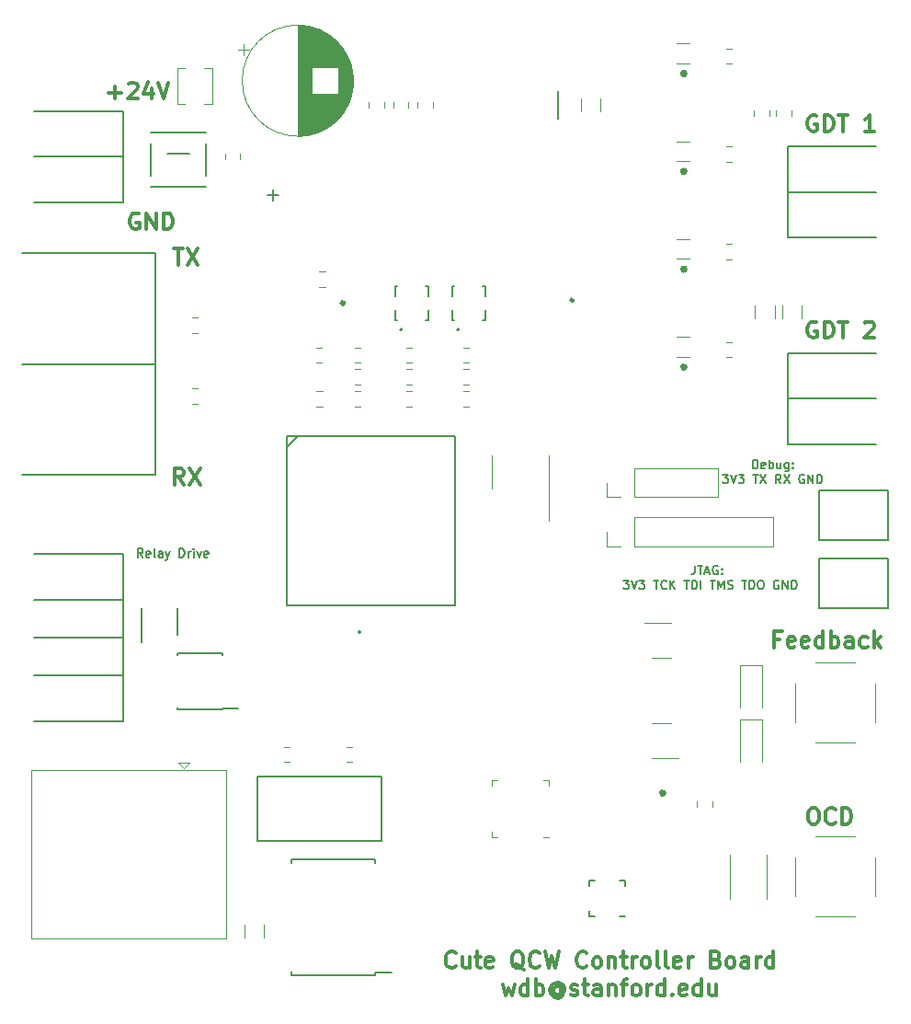
<source format=gbr>
G04 #@! TF.GenerationSoftware,KiCad,Pcbnew,5.0.2-bee76a0~70~ubuntu18.04.1*
G04 #@! TF.CreationDate,2019-01-22T12:03:51-08:00*
G04 #@! TF.ProjectId,controller,636f6e74-726f-46c6-9c65-722e6b696361,rev?*
G04 #@! TF.SameCoordinates,Original*
G04 #@! TF.FileFunction,Legend,Top*
G04 #@! TF.FilePolarity,Positive*
%FSLAX46Y46*%
G04 Gerber Fmt 4.6, Leading zero omitted, Abs format (unit mm)*
G04 Created by KiCad (PCBNEW 5.0.2-bee76a0~70~ubuntu18.04.1) date Tue 22 Jan 2019 12:03:51 PM PST*
%MOMM*%
%LPD*%
G01*
G04 APERTURE LIST*
%ADD10C,0.300000*%
%ADD11C,0.150000*%
%ADD12C,0.120000*%
%ADD13C,0.200000*%
%ADD14C,0.127000*%
G04 APERTURE END LIST*
D10*
X130035714Y-121260714D02*
X129964285Y-121332142D01*
X129750000Y-121403571D01*
X129607142Y-121403571D01*
X129392857Y-121332142D01*
X129250000Y-121189285D01*
X129178571Y-121046428D01*
X129107142Y-120760714D01*
X129107142Y-120546428D01*
X129178571Y-120260714D01*
X129250000Y-120117857D01*
X129392857Y-119975000D01*
X129607142Y-119903571D01*
X129750000Y-119903571D01*
X129964285Y-119975000D01*
X130035714Y-120046428D01*
X131321428Y-120403571D02*
X131321428Y-121403571D01*
X130678571Y-120403571D02*
X130678571Y-121189285D01*
X130750000Y-121332142D01*
X130892857Y-121403571D01*
X131107142Y-121403571D01*
X131250000Y-121332142D01*
X131321428Y-121260714D01*
X131821428Y-120403571D02*
X132392857Y-120403571D01*
X132035714Y-119903571D02*
X132035714Y-121189285D01*
X132107142Y-121332142D01*
X132250000Y-121403571D01*
X132392857Y-121403571D01*
X133464285Y-121332142D02*
X133321428Y-121403571D01*
X133035714Y-121403571D01*
X132892857Y-121332142D01*
X132821428Y-121189285D01*
X132821428Y-120617857D01*
X132892857Y-120475000D01*
X133035714Y-120403571D01*
X133321428Y-120403571D01*
X133464285Y-120475000D01*
X133535714Y-120617857D01*
X133535714Y-120760714D01*
X132821428Y-120903571D01*
X136321428Y-121546428D02*
X136178571Y-121475000D01*
X136035714Y-121332142D01*
X135821428Y-121117857D01*
X135678571Y-121046428D01*
X135535714Y-121046428D01*
X135607142Y-121403571D02*
X135464285Y-121332142D01*
X135321428Y-121189285D01*
X135250000Y-120903571D01*
X135250000Y-120403571D01*
X135321428Y-120117857D01*
X135464285Y-119975000D01*
X135607142Y-119903571D01*
X135892857Y-119903571D01*
X136035714Y-119975000D01*
X136178571Y-120117857D01*
X136250000Y-120403571D01*
X136250000Y-120903571D01*
X136178571Y-121189285D01*
X136035714Y-121332142D01*
X135892857Y-121403571D01*
X135607142Y-121403571D01*
X137750000Y-121260714D02*
X137678571Y-121332142D01*
X137464285Y-121403571D01*
X137321428Y-121403571D01*
X137107142Y-121332142D01*
X136964285Y-121189285D01*
X136892857Y-121046428D01*
X136821428Y-120760714D01*
X136821428Y-120546428D01*
X136892857Y-120260714D01*
X136964285Y-120117857D01*
X137107142Y-119975000D01*
X137321428Y-119903571D01*
X137464285Y-119903571D01*
X137678571Y-119975000D01*
X137750000Y-120046428D01*
X138250000Y-119903571D02*
X138607142Y-121403571D01*
X138892857Y-120332142D01*
X139178571Y-121403571D01*
X139535714Y-119903571D01*
X142107142Y-121260714D02*
X142035714Y-121332142D01*
X141821428Y-121403571D01*
X141678571Y-121403571D01*
X141464285Y-121332142D01*
X141321428Y-121189285D01*
X141250000Y-121046428D01*
X141178571Y-120760714D01*
X141178571Y-120546428D01*
X141250000Y-120260714D01*
X141321428Y-120117857D01*
X141464285Y-119975000D01*
X141678571Y-119903571D01*
X141821428Y-119903571D01*
X142035714Y-119975000D01*
X142107142Y-120046428D01*
X142964285Y-121403571D02*
X142821428Y-121332142D01*
X142750000Y-121260714D01*
X142678571Y-121117857D01*
X142678571Y-120689285D01*
X142750000Y-120546428D01*
X142821428Y-120475000D01*
X142964285Y-120403571D01*
X143178571Y-120403571D01*
X143321428Y-120475000D01*
X143392857Y-120546428D01*
X143464285Y-120689285D01*
X143464285Y-121117857D01*
X143392857Y-121260714D01*
X143321428Y-121332142D01*
X143178571Y-121403571D01*
X142964285Y-121403571D01*
X144107142Y-120403571D02*
X144107142Y-121403571D01*
X144107142Y-120546428D02*
X144178571Y-120475000D01*
X144321428Y-120403571D01*
X144535714Y-120403571D01*
X144678571Y-120475000D01*
X144750000Y-120617857D01*
X144750000Y-121403571D01*
X145250000Y-120403571D02*
X145821428Y-120403571D01*
X145464285Y-119903571D02*
X145464285Y-121189285D01*
X145535714Y-121332142D01*
X145678571Y-121403571D01*
X145821428Y-121403571D01*
X146321428Y-121403571D02*
X146321428Y-120403571D01*
X146321428Y-120689285D02*
X146392857Y-120546428D01*
X146464285Y-120475000D01*
X146607142Y-120403571D01*
X146750000Y-120403571D01*
X147464285Y-121403571D02*
X147321428Y-121332142D01*
X147250000Y-121260714D01*
X147178571Y-121117857D01*
X147178571Y-120689285D01*
X147250000Y-120546428D01*
X147321428Y-120475000D01*
X147464285Y-120403571D01*
X147678571Y-120403571D01*
X147821428Y-120475000D01*
X147892857Y-120546428D01*
X147964285Y-120689285D01*
X147964285Y-121117857D01*
X147892857Y-121260714D01*
X147821428Y-121332142D01*
X147678571Y-121403571D01*
X147464285Y-121403571D01*
X148821428Y-121403571D02*
X148678571Y-121332142D01*
X148607142Y-121189285D01*
X148607142Y-119903571D01*
X149607142Y-121403571D02*
X149464285Y-121332142D01*
X149392857Y-121189285D01*
X149392857Y-119903571D01*
X150750000Y-121332142D02*
X150607142Y-121403571D01*
X150321428Y-121403571D01*
X150178571Y-121332142D01*
X150107142Y-121189285D01*
X150107142Y-120617857D01*
X150178571Y-120475000D01*
X150321428Y-120403571D01*
X150607142Y-120403571D01*
X150750000Y-120475000D01*
X150821428Y-120617857D01*
X150821428Y-120760714D01*
X150107142Y-120903571D01*
X151464285Y-121403571D02*
X151464285Y-120403571D01*
X151464285Y-120689285D02*
X151535714Y-120546428D01*
X151607142Y-120475000D01*
X151750000Y-120403571D01*
X151892857Y-120403571D01*
X154035714Y-120617857D02*
X154250000Y-120689285D01*
X154321428Y-120760714D01*
X154392857Y-120903571D01*
X154392857Y-121117857D01*
X154321428Y-121260714D01*
X154250000Y-121332142D01*
X154107142Y-121403571D01*
X153535714Y-121403571D01*
X153535714Y-119903571D01*
X154035714Y-119903571D01*
X154178571Y-119975000D01*
X154250000Y-120046428D01*
X154321428Y-120189285D01*
X154321428Y-120332142D01*
X154250000Y-120475000D01*
X154178571Y-120546428D01*
X154035714Y-120617857D01*
X153535714Y-120617857D01*
X155250000Y-121403571D02*
X155107142Y-121332142D01*
X155035714Y-121260714D01*
X154964285Y-121117857D01*
X154964285Y-120689285D01*
X155035714Y-120546428D01*
X155107142Y-120475000D01*
X155250000Y-120403571D01*
X155464285Y-120403571D01*
X155607142Y-120475000D01*
X155678571Y-120546428D01*
X155750000Y-120689285D01*
X155750000Y-121117857D01*
X155678571Y-121260714D01*
X155607142Y-121332142D01*
X155464285Y-121403571D01*
X155250000Y-121403571D01*
X157035714Y-121403571D02*
X157035714Y-120617857D01*
X156964285Y-120475000D01*
X156821428Y-120403571D01*
X156535714Y-120403571D01*
X156392857Y-120475000D01*
X157035714Y-121332142D02*
X156892857Y-121403571D01*
X156535714Y-121403571D01*
X156392857Y-121332142D01*
X156321428Y-121189285D01*
X156321428Y-121046428D01*
X156392857Y-120903571D01*
X156535714Y-120832142D01*
X156892857Y-120832142D01*
X157035714Y-120760714D01*
X157750000Y-121403571D02*
X157750000Y-120403571D01*
X157750000Y-120689285D02*
X157821428Y-120546428D01*
X157892857Y-120475000D01*
X158035714Y-120403571D01*
X158178571Y-120403571D01*
X159321428Y-121403571D02*
X159321428Y-119903571D01*
X159321428Y-121332142D02*
X159178571Y-121403571D01*
X158892857Y-121403571D01*
X158750000Y-121332142D01*
X158678571Y-121260714D01*
X158607142Y-121117857D01*
X158607142Y-120689285D01*
X158678571Y-120546428D01*
X158750000Y-120475000D01*
X158892857Y-120403571D01*
X159178571Y-120403571D01*
X159321428Y-120475000D01*
X134357142Y-122953571D02*
X134642857Y-123953571D01*
X134928571Y-123239285D01*
X135214285Y-123953571D01*
X135500000Y-122953571D01*
X136714285Y-123953571D02*
X136714285Y-122453571D01*
X136714285Y-123882142D02*
X136571428Y-123953571D01*
X136285714Y-123953571D01*
X136142857Y-123882142D01*
X136071428Y-123810714D01*
X136000000Y-123667857D01*
X136000000Y-123239285D01*
X136071428Y-123096428D01*
X136142857Y-123025000D01*
X136285714Y-122953571D01*
X136571428Y-122953571D01*
X136714285Y-123025000D01*
X137428571Y-123953571D02*
X137428571Y-122453571D01*
X137428571Y-123025000D02*
X137571428Y-122953571D01*
X137857142Y-122953571D01*
X138000000Y-123025000D01*
X138071428Y-123096428D01*
X138142857Y-123239285D01*
X138142857Y-123667857D01*
X138071428Y-123810714D01*
X138000000Y-123882142D01*
X137857142Y-123953571D01*
X137571428Y-123953571D01*
X137428571Y-123882142D01*
X139714285Y-123239285D02*
X139642857Y-123167857D01*
X139500000Y-123096428D01*
X139357142Y-123096428D01*
X139214285Y-123167857D01*
X139142857Y-123239285D01*
X139071428Y-123382142D01*
X139071428Y-123525000D01*
X139142857Y-123667857D01*
X139214285Y-123739285D01*
X139357142Y-123810714D01*
X139500000Y-123810714D01*
X139642857Y-123739285D01*
X139714285Y-123667857D01*
X139714285Y-123096428D02*
X139714285Y-123667857D01*
X139785714Y-123739285D01*
X139857142Y-123739285D01*
X140000000Y-123667857D01*
X140071428Y-123525000D01*
X140071428Y-123167857D01*
X139928571Y-122953571D01*
X139714285Y-122810714D01*
X139428571Y-122739285D01*
X139142857Y-122810714D01*
X138928571Y-122953571D01*
X138785714Y-123167857D01*
X138714285Y-123453571D01*
X138785714Y-123739285D01*
X138928571Y-123953571D01*
X139142857Y-124096428D01*
X139428571Y-124167857D01*
X139714285Y-124096428D01*
X139928571Y-123953571D01*
X140642857Y-123882142D02*
X140785714Y-123953571D01*
X141071428Y-123953571D01*
X141214285Y-123882142D01*
X141285714Y-123739285D01*
X141285714Y-123667857D01*
X141214285Y-123525000D01*
X141071428Y-123453571D01*
X140857142Y-123453571D01*
X140714285Y-123382142D01*
X140642857Y-123239285D01*
X140642857Y-123167857D01*
X140714285Y-123025000D01*
X140857142Y-122953571D01*
X141071428Y-122953571D01*
X141214285Y-123025000D01*
X141714285Y-122953571D02*
X142285714Y-122953571D01*
X141928571Y-122453571D02*
X141928571Y-123739285D01*
X142000000Y-123882142D01*
X142142857Y-123953571D01*
X142285714Y-123953571D01*
X143428571Y-123953571D02*
X143428571Y-123167857D01*
X143357142Y-123025000D01*
X143214285Y-122953571D01*
X142928571Y-122953571D01*
X142785714Y-123025000D01*
X143428571Y-123882142D02*
X143285714Y-123953571D01*
X142928571Y-123953571D01*
X142785714Y-123882142D01*
X142714285Y-123739285D01*
X142714285Y-123596428D01*
X142785714Y-123453571D01*
X142928571Y-123382142D01*
X143285714Y-123382142D01*
X143428571Y-123310714D01*
X144142857Y-122953571D02*
X144142857Y-123953571D01*
X144142857Y-123096428D02*
X144214285Y-123025000D01*
X144357142Y-122953571D01*
X144571428Y-122953571D01*
X144714285Y-123025000D01*
X144785714Y-123167857D01*
X144785714Y-123953571D01*
X145285714Y-122953571D02*
X145857142Y-122953571D01*
X145500000Y-123953571D02*
X145500000Y-122667857D01*
X145571428Y-122525000D01*
X145714285Y-122453571D01*
X145857142Y-122453571D01*
X146571428Y-123953571D02*
X146428571Y-123882142D01*
X146357142Y-123810714D01*
X146285714Y-123667857D01*
X146285714Y-123239285D01*
X146357142Y-123096428D01*
X146428571Y-123025000D01*
X146571428Y-122953571D01*
X146785714Y-122953571D01*
X146928571Y-123025000D01*
X147000000Y-123096428D01*
X147071428Y-123239285D01*
X147071428Y-123667857D01*
X147000000Y-123810714D01*
X146928571Y-123882142D01*
X146785714Y-123953571D01*
X146571428Y-123953571D01*
X147714285Y-123953571D02*
X147714285Y-122953571D01*
X147714285Y-123239285D02*
X147785714Y-123096428D01*
X147857142Y-123025000D01*
X148000000Y-122953571D01*
X148142857Y-122953571D01*
X149285714Y-123953571D02*
X149285714Y-122453571D01*
X149285714Y-123882142D02*
X149142857Y-123953571D01*
X148857142Y-123953571D01*
X148714285Y-123882142D01*
X148642857Y-123810714D01*
X148571428Y-123667857D01*
X148571428Y-123239285D01*
X148642857Y-123096428D01*
X148714285Y-123025000D01*
X148857142Y-122953571D01*
X149142857Y-122953571D01*
X149285714Y-123025000D01*
X150000000Y-123810714D02*
X150071428Y-123882142D01*
X150000000Y-123953571D01*
X149928571Y-123882142D01*
X150000000Y-123810714D01*
X150000000Y-123953571D01*
X151285714Y-123882142D02*
X151142857Y-123953571D01*
X150857142Y-123953571D01*
X150714285Y-123882142D01*
X150642857Y-123739285D01*
X150642857Y-123167857D01*
X150714285Y-123025000D01*
X150857142Y-122953571D01*
X151142857Y-122953571D01*
X151285714Y-123025000D01*
X151357142Y-123167857D01*
X151357142Y-123310714D01*
X150642857Y-123453571D01*
X152642857Y-123953571D02*
X152642857Y-122453571D01*
X152642857Y-123882142D02*
X152500000Y-123953571D01*
X152214285Y-123953571D01*
X152071428Y-123882142D01*
X152000000Y-123810714D01*
X151928571Y-123667857D01*
X151928571Y-123239285D01*
X152000000Y-123096428D01*
X152071428Y-123025000D01*
X152214285Y-122953571D01*
X152500000Y-122953571D01*
X152642857Y-123025000D01*
X154000000Y-122953571D02*
X154000000Y-123953571D01*
X153357142Y-122953571D02*
X153357142Y-123739285D01*
X153428571Y-123882142D01*
X153571428Y-123953571D01*
X153785714Y-123953571D01*
X153928571Y-123882142D01*
X154000000Y-123810714D01*
D11*
X101238095Y-83611904D02*
X100971428Y-83230952D01*
X100780952Y-83611904D02*
X100780952Y-82811904D01*
X101085714Y-82811904D01*
X101161904Y-82850000D01*
X101200000Y-82888095D01*
X101238095Y-82964285D01*
X101238095Y-83078571D01*
X101200000Y-83154761D01*
X101161904Y-83192857D01*
X101085714Y-83230952D01*
X100780952Y-83230952D01*
X101885714Y-83573809D02*
X101809523Y-83611904D01*
X101657142Y-83611904D01*
X101580952Y-83573809D01*
X101542857Y-83497619D01*
X101542857Y-83192857D01*
X101580952Y-83116666D01*
X101657142Y-83078571D01*
X101809523Y-83078571D01*
X101885714Y-83116666D01*
X101923809Y-83192857D01*
X101923809Y-83269047D01*
X101542857Y-83345238D01*
X102380952Y-83611904D02*
X102304761Y-83573809D01*
X102266666Y-83497619D01*
X102266666Y-82811904D01*
X103028571Y-83611904D02*
X103028571Y-83192857D01*
X102990476Y-83116666D01*
X102914285Y-83078571D01*
X102761904Y-83078571D01*
X102685714Y-83116666D01*
X103028571Y-83573809D02*
X102952380Y-83611904D01*
X102761904Y-83611904D01*
X102685714Y-83573809D01*
X102647619Y-83497619D01*
X102647619Y-83421428D01*
X102685714Y-83345238D01*
X102761904Y-83307142D01*
X102952380Y-83307142D01*
X103028571Y-83269047D01*
X103333333Y-83078571D02*
X103523809Y-83611904D01*
X103714285Y-83078571D02*
X103523809Y-83611904D01*
X103447619Y-83802380D01*
X103409523Y-83840476D01*
X103333333Y-83878571D01*
X104628571Y-83611904D02*
X104628571Y-82811904D01*
X104819047Y-82811904D01*
X104933333Y-82850000D01*
X105009523Y-82926190D01*
X105047619Y-83002380D01*
X105085714Y-83154761D01*
X105085714Y-83269047D01*
X105047619Y-83421428D01*
X105009523Y-83497619D01*
X104933333Y-83573809D01*
X104819047Y-83611904D01*
X104628571Y-83611904D01*
X105428571Y-83611904D02*
X105428571Y-83078571D01*
X105428571Y-83230952D02*
X105466666Y-83154761D01*
X105504761Y-83116666D01*
X105580952Y-83078571D01*
X105657142Y-83078571D01*
X105923809Y-83611904D02*
X105923809Y-83078571D01*
X105923809Y-82811904D02*
X105885714Y-82850000D01*
X105923809Y-82888095D01*
X105961904Y-82850000D01*
X105923809Y-82811904D01*
X105923809Y-82888095D01*
X106228571Y-83078571D02*
X106419047Y-83611904D01*
X106609523Y-83078571D01*
X107219047Y-83573809D02*
X107142857Y-83611904D01*
X106990476Y-83611904D01*
X106914285Y-83573809D01*
X106876190Y-83497619D01*
X106876190Y-83192857D01*
X106914285Y-83116666D01*
X106990476Y-83078571D01*
X107142857Y-83078571D01*
X107219047Y-83116666D01*
X107257142Y-83192857D01*
X107257142Y-83269047D01*
X106876190Y-83345238D01*
X157421428Y-75436904D02*
X157421428Y-74636904D01*
X157611904Y-74636904D01*
X157726190Y-74675000D01*
X157802380Y-74751190D01*
X157840476Y-74827380D01*
X157878571Y-74979761D01*
X157878571Y-75094047D01*
X157840476Y-75246428D01*
X157802380Y-75322619D01*
X157726190Y-75398809D01*
X157611904Y-75436904D01*
X157421428Y-75436904D01*
X158526190Y-75398809D02*
X158450000Y-75436904D01*
X158297619Y-75436904D01*
X158221428Y-75398809D01*
X158183333Y-75322619D01*
X158183333Y-75017857D01*
X158221428Y-74941666D01*
X158297619Y-74903571D01*
X158450000Y-74903571D01*
X158526190Y-74941666D01*
X158564285Y-75017857D01*
X158564285Y-75094047D01*
X158183333Y-75170238D01*
X158907142Y-75436904D02*
X158907142Y-74636904D01*
X158907142Y-74941666D02*
X158983333Y-74903571D01*
X159135714Y-74903571D01*
X159211904Y-74941666D01*
X159250000Y-74979761D01*
X159288095Y-75055952D01*
X159288095Y-75284523D01*
X159250000Y-75360714D01*
X159211904Y-75398809D01*
X159135714Y-75436904D01*
X158983333Y-75436904D01*
X158907142Y-75398809D01*
X159973809Y-74903571D02*
X159973809Y-75436904D01*
X159630952Y-74903571D02*
X159630952Y-75322619D01*
X159669047Y-75398809D01*
X159745238Y-75436904D01*
X159859523Y-75436904D01*
X159935714Y-75398809D01*
X159973809Y-75360714D01*
X160697619Y-74903571D02*
X160697619Y-75551190D01*
X160659523Y-75627380D01*
X160621428Y-75665476D01*
X160545238Y-75703571D01*
X160430952Y-75703571D01*
X160354761Y-75665476D01*
X160697619Y-75398809D02*
X160621428Y-75436904D01*
X160469047Y-75436904D01*
X160392857Y-75398809D01*
X160354761Y-75360714D01*
X160316666Y-75284523D01*
X160316666Y-75055952D01*
X160354761Y-74979761D01*
X160392857Y-74941666D01*
X160469047Y-74903571D01*
X160621428Y-74903571D01*
X160697619Y-74941666D01*
X161078571Y-75360714D02*
X161116666Y-75398809D01*
X161078571Y-75436904D01*
X161040476Y-75398809D01*
X161078571Y-75360714D01*
X161078571Y-75436904D01*
X161078571Y-74941666D02*
X161116666Y-74979761D01*
X161078571Y-75017857D01*
X161040476Y-74979761D01*
X161078571Y-74941666D01*
X161078571Y-75017857D01*
X154659523Y-75986904D02*
X155154761Y-75986904D01*
X154888095Y-76291666D01*
X155002380Y-76291666D01*
X155078571Y-76329761D01*
X155116666Y-76367857D01*
X155154761Y-76444047D01*
X155154761Y-76634523D01*
X155116666Y-76710714D01*
X155078571Y-76748809D01*
X155002380Y-76786904D01*
X154773809Y-76786904D01*
X154697619Y-76748809D01*
X154659523Y-76710714D01*
X155383333Y-75986904D02*
X155650000Y-76786904D01*
X155916666Y-75986904D01*
X156107142Y-75986904D02*
X156602380Y-75986904D01*
X156335714Y-76291666D01*
X156450000Y-76291666D01*
X156526190Y-76329761D01*
X156564285Y-76367857D01*
X156602380Y-76444047D01*
X156602380Y-76634523D01*
X156564285Y-76710714D01*
X156526190Y-76748809D01*
X156450000Y-76786904D01*
X156221428Y-76786904D01*
X156145238Y-76748809D01*
X156107142Y-76710714D01*
X157440476Y-75986904D02*
X157897619Y-75986904D01*
X157669047Y-76786904D02*
X157669047Y-75986904D01*
X158088095Y-75986904D02*
X158621428Y-76786904D01*
X158621428Y-75986904D02*
X158088095Y-76786904D01*
X159992857Y-76786904D02*
X159726190Y-76405952D01*
X159535714Y-76786904D02*
X159535714Y-75986904D01*
X159840476Y-75986904D01*
X159916666Y-76025000D01*
X159954761Y-76063095D01*
X159992857Y-76139285D01*
X159992857Y-76253571D01*
X159954761Y-76329761D01*
X159916666Y-76367857D01*
X159840476Y-76405952D01*
X159535714Y-76405952D01*
X160259523Y-75986904D02*
X160792857Y-76786904D01*
X160792857Y-75986904D02*
X160259523Y-76786904D01*
X162126190Y-76025000D02*
X162050000Y-75986904D01*
X161935714Y-75986904D01*
X161821428Y-76025000D01*
X161745238Y-76101190D01*
X161707142Y-76177380D01*
X161669047Y-76329761D01*
X161669047Y-76444047D01*
X161707142Y-76596428D01*
X161745238Y-76672619D01*
X161821428Y-76748809D01*
X161935714Y-76786904D01*
X162011904Y-76786904D01*
X162126190Y-76748809D01*
X162164285Y-76710714D01*
X162164285Y-76444047D01*
X162011904Y-76444047D01*
X162507142Y-76786904D02*
X162507142Y-75986904D01*
X162964285Y-76786904D01*
X162964285Y-75986904D01*
X163345238Y-76786904D02*
X163345238Y-75986904D01*
X163535714Y-75986904D01*
X163650000Y-76025000D01*
X163726190Y-76101190D01*
X163764285Y-76177380D01*
X163802380Y-76329761D01*
X163802380Y-76444047D01*
X163764285Y-76596428D01*
X163726190Y-76672619D01*
X163650000Y-76748809D01*
X163535714Y-76786904D01*
X163345238Y-76786904D01*
X152071428Y-84386904D02*
X152071428Y-84958333D01*
X152033333Y-85072619D01*
X151957142Y-85148809D01*
X151842857Y-85186904D01*
X151766666Y-85186904D01*
X152338095Y-84386904D02*
X152795238Y-84386904D01*
X152566666Y-85186904D02*
X152566666Y-84386904D01*
X153023809Y-84958333D02*
X153404761Y-84958333D01*
X152947619Y-85186904D02*
X153214285Y-84386904D01*
X153480952Y-85186904D01*
X154166666Y-84425000D02*
X154090476Y-84386904D01*
X153976190Y-84386904D01*
X153861904Y-84425000D01*
X153785714Y-84501190D01*
X153747619Y-84577380D01*
X153709523Y-84729761D01*
X153709523Y-84844047D01*
X153747619Y-84996428D01*
X153785714Y-85072619D01*
X153861904Y-85148809D01*
X153976190Y-85186904D01*
X154052380Y-85186904D01*
X154166666Y-85148809D01*
X154204761Y-85110714D01*
X154204761Y-84844047D01*
X154052380Y-84844047D01*
X154547619Y-85110714D02*
X154585714Y-85148809D01*
X154547619Y-85186904D01*
X154509523Y-85148809D01*
X154547619Y-85110714D01*
X154547619Y-85186904D01*
X154547619Y-84691666D02*
X154585714Y-84729761D01*
X154547619Y-84767857D01*
X154509523Y-84729761D01*
X154547619Y-84691666D01*
X154547619Y-84767857D01*
X145500000Y-85736904D02*
X145995238Y-85736904D01*
X145728571Y-86041666D01*
X145842857Y-86041666D01*
X145919047Y-86079761D01*
X145957142Y-86117857D01*
X145995238Y-86194047D01*
X145995238Y-86384523D01*
X145957142Y-86460714D01*
X145919047Y-86498809D01*
X145842857Y-86536904D01*
X145614285Y-86536904D01*
X145538095Y-86498809D01*
X145500000Y-86460714D01*
X146223809Y-85736904D02*
X146490476Y-86536904D01*
X146757142Y-85736904D01*
X146947619Y-85736904D02*
X147442857Y-85736904D01*
X147176190Y-86041666D01*
X147290476Y-86041666D01*
X147366666Y-86079761D01*
X147404761Y-86117857D01*
X147442857Y-86194047D01*
X147442857Y-86384523D01*
X147404761Y-86460714D01*
X147366666Y-86498809D01*
X147290476Y-86536904D01*
X147061904Y-86536904D01*
X146985714Y-86498809D01*
X146947619Y-86460714D01*
X148280952Y-85736904D02*
X148738095Y-85736904D01*
X148509523Y-86536904D02*
X148509523Y-85736904D01*
X149461904Y-86460714D02*
X149423809Y-86498809D01*
X149309523Y-86536904D01*
X149233333Y-86536904D01*
X149119047Y-86498809D01*
X149042857Y-86422619D01*
X149004761Y-86346428D01*
X148966666Y-86194047D01*
X148966666Y-86079761D01*
X149004761Y-85927380D01*
X149042857Y-85851190D01*
X149119047Y-85775000D01*
X149233333Y-85736904D01*
X149309523Y-85736904D01*
X149423809Y-85775000D01*
X149461904Y-85813095D01*
X149804761Y-86536904D02*
X149804761Y-85736904D01*
X150261904Y-86536904D02*
X149919047Y-86079761D01*
X150261904Y-85736904D02*
X149804761Y-86194047D01*
X151100000Y-85736904D02*
X151557142Y-85736904D01*
X151328571Y-86536904D02*
X151328571Y-85736904D01*
X151823809Y-86536904D02*
X151823809Y-85736904D01*
X152014285Y-85736904D01*
X152128571Y-85775000D01*
X152204761Y-85851190D01*
X152242857Y-85927380D01*
X152280952Y-86079761D01*
X152280952Y-86194047D01*
X152242857Y-86346428D01*
X152204761Y-86422619D01*
X152128571Y-86498809D01*
X152014285Y-86536904D01*
X151823809Y-86536904D01*
X152623809Y-86536904D02*
X152623809Y-85736904D01*
X153500000Y-85736904D02*
X153957142Y-85736904D01*
X153728571Y-86536904D02*
X153728571Y-85736904D01*
X154223809Y-86536904D02*
X154223809Y-85736904D01*
X154490476Y-86308333D01*
X154757142Y-85736904D01*
X154757142Y-86536904D01*
X155100000Y-86498809D02*
X155214285Y-86536904D01*
X155404761Y-86536904D01*
X155480952Y-86498809D01*
X155519047Y-86460714D01*
X155557142Y-86384523D01*
X155557142Y-86308333D01*
X155519047Y-86232142D01*
X155480952Y-86194047D01*
X155404761Y-86155952D01*
X155252380Y-86117857D01*
X155176190Y-86079761D01*
X155138095Y-86041666D01*
X155100000Y-85965476D01*
X155100000Y-85889285D01*
X155138095Y-85813095D01*
X155176190Y-85775000D01*
X155252380Y-85736904D01*
X155442857Y-85736904D01*
X155557142Y-85775000D01*
X156395238Y-85736904D02*
X156852380Y-85736904D01*
X156623809Y-86536904D02*
X156623809Y-85736904D01*
X157119047Y-86536904D02*
X157119047Y-85736904D01*
X157309523Y-85736904D01*
X157423809Y-85775000D01*
X157500000Y-85851190D01*
X157538095Y-85927380D01*
X157576190Y-86079761D01*
X157576190Y-86194047D01*
X157538095Y-86346428D01*
X157500000Y-86422619D01*
X157423809Y-86498809D01*
X157309523Y-86536904D01*
X157119047Y-86536904D01*
X158071428Y-85736904D02*
X158223809Y-85736904D01*
X158300000Y-85775000D01*
X158376190Y-85851190D01*
X158414285Y-86003571D01*
X158414285Y-86270238D01*
X158376190Y-86422619D01*
X158300000Y-86498809D01*
X158223809Y-86536904D01*
X158071428Y-86536904D01*
X157995238Y-86498809D01*
X157919047Y-86422619D01*
X157880952Y-86270238D01*
X157880952Y-86003571D01*
X157919047Y-85851190D01*
X157995238Y-85775000D01*
X158071428Y-85736904D01*
X159785714Y-85775000D02*
X159709523Y-85736904D01*
X159595238Y-85736904D01*
X159480952Y-85775000D01*
X159404761Y-85851190D01*
X159366666Y-85927380D01*
X159328571Y-86079761D01*
X159328571Y-86194047D01*
X159366666Y-86346428D01*
X159404761Y-86422619D01*
X159480952Y-86498809D01*
X159595238Y-86536904D01*
X159671428Y-86536904D01*
X159785714Y-86498809D01*
X159823809Y-86460714D01*
X159823809Y-86194047D01*
X159671428Y-86194047D01*
X160166666Y-86536904D02*
X160166666Y-85736904D01*
X160623809Y-86536904D01*
X160623809Y-85736904D01*
X161004761Y-86536904D02*
X161004761Y-85736904D01*
X161195238Y-85736904D01*
X161309523Y-85775000D01*
X161385714Y-85851190D01*
X161423809Y-85927380D01*
X161461904Y-86079761D01*
X161461904Y-86194047D01*
X161423809Y-86346428D01*
X161385714Y-86422619D01*
X161309523Y-86498809D01*
X161195238Y-86536904D01*
X161004761Y-86536904D01*
D10*
X100857142Y-52000000D02*
X100714285Y-51928571D01*
X100500000Y-51928571D01*
X100285714Y-52000000D01*
X100142857Y-52142857D01*
X100071428Y-52285714D01*
X100000000Y-52571428D01*
X100000000Y-52785714D01*
X100071428Y-53071428D01*
X100142857Y-53214285D01*
X100285714Y-53357142D01*
X100500000Y-53428571D01*
X100642857Y-53428571D01*
X100857142Y-53357142D01*
X100928571Y-53285714D01*
X100928571Y-52785714D01*
X100642857Y-52785714D01*
X101571428Y-53428571D02*
X101571428Y-51928571D01*
X102428571Y-53428571D01*
X102428571Y-51928571D01*
X103142857Y-53428571D02*
X103142857Y-51928571D01*
X103500000Y-51928571D01*
X103714285Y-52000000D01*
X103857142Y-52142857D01*
X103928571Y-52285714D01*
X104000000Y-52571428D01*
X104000000Y-52785714D01*
X103928571Y-53071428D01*
X103857142Y-53214285D01*
X103714285Y-53357142D01*
X103500000Y-53428571D01*
X103142857Y-53428571D01*
X98107142Y-40857142D02*
X99250000Y-40857142D01*
X98678571Y-41428571D02*
X98678571Y-40285714D01*
X99892857Y-40071428D02*
X99964285Y-40000000D01*
X100107142Y-39928571D01*
X100464285Y-39928571D01*
X100607142Y-40000000D01*
X100678571Y-40071428D01*
X100750000Y-40214285D01*
X100750000Y-40357142D01*
X100678571Y-40571428D01*
X99821428Y-41428571D01*
X100750000Y-41428571D01*
X102035714Y-40428571D02*
X102035714Y-41428571D01*
X101678571Y-39857142D02*
X101321428Y-40928571D01*
X102250000Y-40928571D01*
X102607142Y-39928571D02*
X103107142Y-41428571D01*
X103607142Y-39928571D01*
X105000000Y-76928571D02*
X104500000Y-76214285D01*
X104142857Y-76928571D02*
X104142857Y-75428571D01*
X104714285Y-75428571D01*
X104857142Y-75500000D01*
X104928571Y-75571428D01*
X105000000Y-75714285D01*
X105000000Y-75928571D01*
X104928571Y-76071428D01*
X104857142Y-76142857D01*
X104714285Y-76214285D01*
X104142857Y-76214285D01*
X105500000Y-75428571D02*
X106500000Y-76928571D01*
X106500000Y-75428571D02*
X105500000Y-76928571D01*
X104107142Y-55178571D02*
X104964285Y-55178571D01*
X104535714Y-56678571D02*
X104535714Y-55178571D01*
X105321428Y-55178571D02*
X106321428Y-56678571D01*
X106321428Y-55178571D02*
X105321428Y-56678571D01*
X162857142Y-106678571D02*
X163142857Y-106678571D01*
X163285714Y-106750000D01*
X163428571Y-106892857D01*
X163500000Y-107178571D01*
X163500000Y-107678571D01*
X163428571Y-107964285D01*
X163285714Y-108107142D01*
X163142857Y-108178571D01*
X162857142Y-108178571D01*
X162714285Y-108107142D01*
X162571428Y-107964285D01*
X162500000Y-107678571D01*
X162500000Y-107178571D01*
X162571428Y-106892857D01*
X162714285Y-106750000D01*
X162857142Y-106678571D01*
X165000000Y-108035714D02*
X164928571Y-108107142D01*
X164714285Y-108178571D01*
X164571428Y-108178571D01*
X164357142Y-108107142D01*
X164214285Y-107964285D01*
X164142857Y-107821428D01*
X164071428Y-107535714D01*
X164071428Y-107321428D01*
X164142857Y-107035714D01*
X164214285Y-106892857D01*
X164357142Y-106750000D01*
X164571428Y-106678571D01*
X164714285Y-106678571D01*
X164928571Y-106750000D01*
X165000000Y-106821428D01*
X165642857Y-108178571D02*
X165642857Y-106678571D01*
X166000000Y-106678571D01*
X166214285Y-106750000D01*
X166357142Y-106892857D01*
X166428571Y-107035714D01*
X166500000Y-107321428D01*
X166500000Y-107535714D01*
X166428571Y-107821428D01*
X166357142Y-107964285D01*
X166214285Y-108107142D01*
X166000000Y-108178571D01*
X165642857Y-108178571D01*
X159892857Y-91142857D02*
X159392857Y-91142857D01*
X159392857Y-91928571D02*
X159392857Y-90428571D01*
X160107142Y-90428571D01*
X161250000Y-91857142D02*
X161107142Y-91928571D01*
X160821428Y-91928571D01*
X160678571Y-91857142D01*
X160607142Y-91714285D01*
X160607142Y-91142857D01*
X160678571Y-91000000D01*
X160821428Y-90928571D01*
X161107142Y-90928571D01*
X161250000Y-91000000D01*
X161321428Y-91142857D01*
X161321428Y-91285714D01*
X160607142Y-91428571D01*
X162535714Y-91857142D02*
X162392857Y-91928571D01*
X162107142Y-91928571D01*
X161964285Y-91857142D01*
X161892857Y-91714285D01*
X161892857Y-91142857D01*
X161964285Y-91000000D01*
X162107142Y-90928571D01*
X162392857Y-90928571D01*
X162535714Y-91000000D01*
X162607142Y-91142857D01*
X162607142Y-91285714D01*
X161892857Y-91428571D01*
X163892857Y-91928571D02*
X163892857Y-90428571D01*
X163892857Y-91857142D02*
X163750000Y-91928571D01*
X163464285Y-91928571D01*
X163321428Y-91857142D01*
X163250000Y-91785714D01*
X163178571Y-91642857D01*
X163178571Y-91214285D01*
X163250000Y-91071428D01*
X163321428Y-91000000D01*
X163464285Y-90928571D01*
X163750000Y-90928571D01*
X163892857Y-91000000D01*
X164607142Y-91928571D02*
X164607142Y-90428571D01*
X164607142Y-91000000D02*
X164750000Y-90928571D01*
X165035714Y-90928571D01*
X165178571Y-91000000D01*
X165250000Y-91071428D01*
X165321428Y-91214285D01*
X165321428Y-91642857D01*
X165250000Y-91785714D01*
X165178571Y-91857142D01*
X165035714Y-91928571D01*
X164750000Y-91928571D01*
X164607142Y-91857142D01*
X166607142Y-91928571D02*
X166607142Y-91142857D01*
X166535714Y-91000000D01*
X166392857Y-90928571D01*
X166107142Y-90928571D01*
X165964285Y-91000000D01*
X166607142Y-91857142D02*
X166464285Y-91928571D01*
X166107142Y-91928571D01*
X165964285Y-91857142D01*
X165892857Y-91714285D01*
X165892857Y-91571428D01*
X165964285Y-91428571D01*
X166107142Y-91357142D01*
X166464285Y-91357142D01*
X166607142Y-91285714D01*
X167964285Y-91857142D02*
X167821428Y-91928571D01*
X167535714Y-91928571D01*
X167392857Y-91857142D01*
X167321428Y-91785714D01*
X167250000Y-91642857D01*
X167250000Y-91214285D01*
X167321428Y-91071428D01*
X167392857Y-91000000D01*
X167535714Y-90928571D01*
X167821428Y-90928571D01*
X167964285Y-91000000D01*
X168607142Y-91928571D02*
X168607142Y-90428571D01*
X168750000Y-91357142D02*
X169178571Y-91928571D01*
X169178571Y-90928571D02*
X168607142Y-91500000D01*
X163285714Y-62000000D02*
X163142857Y-61928571D01*
X162928571Y-61928571D01*
X162714285Y-62000000D01*
X162571428Y-62142857D01*
X162500000Y-62285714D01*
X162428571Y-62571428D01*
X162428571Y-62785714D01*
X162500000Y-63071428D01*
X162571428Y-63214285D01*
X162714285Y-63357142D01*
X162928571Y-63428571D01*
X163071428Y-63428571D01*
X163285714Y-63357142D01*
X163357142Y-63285714D01*
X163357142Y-62785714D01*
X163071428Y-62785714D01*
X164000000Y-63428571D02*
X164000000Y-61928571D01*
X164357142Y-61928571D01*
X164571428Y-62000000D01*
X164714285Y-62142857D01*
X164785714Y-62285714D01*
X164857142Y-62571428D01*
X164857142Y-62785714D01*
X164785714Y-63071428D01*
X164714285Y-63214285D01*
X164571428Y-63357142D01*
X164357142Y-63428571D01*
X164000000Y-63428571D01*
X165285714Y-61928571D02*
X166142857Y-61928571D01*
X165714285Y-63428571D02*
X165714285Y-61928571D01*
X167714285Y-62071428D02*
X167785714Y-62000000D01*
X167928571Y-61928571D01*
X168285714Y-61928571D01*
X168428571Y-62000000D01*
X168500000Y-62071428D01*
X168571428Y-62214285D01*
X168571428Y-62357142D01*
X168500000Y-62571428D01*
X167642857Y-63428571D01*
X168571428Y-63428571D01*
X163285714Y-43000000D02*
X163142857Y-42928571D01*
X162928571Y-42928571D01*
X162714285Y-43000000D01*
X162571428Y-43142857D01*
X162500000Y-43285714D01*
X162428571Y-43571428D01*
X162428571Y-43785714D01*
X162500000Y-44071428D01*
X162571428Y-44214285D01*
X162714285Y-44357142D01*
X162928571Y-44428571D01*
X163071428Y-44428571D01*
X163285714Y-44357142D01*
X163357142Y-44285714D01*
X163357142Y-43785714D01*
X163071428Y-43785714D01*
X164000000Y-44428571D02*
X164000000Y-42928571D01*
X164357142Y-42928571D01*
X164571428Y-43000000D01*
X164714285Y-43142857D01*
X164785714Y-43285714D01*
X164857142Y-43571428D01*
X164857142Y-43785714D01*
X164785714Y-44071428D01*
X164714285Y-44214285D01*
X164571428Y-44357142D01*
X164357142Y-44428571D01*
X164000000Y-44428571D01*
X165285714Y-42928571D02*
X166142857Y-42928571D01*
X165714285Y-44428571D02*
X165714285Y-42928571D01*
X168571428Y-44428571D02*
X167714285Y-44428571D01*
X168142857Y-44428571D02*
X168142857Y-42928571D01*
X168000000Y-43142857D01*
X167857142Y-43285714D01*
X167714285Y-43357142D01*
D12*
G04 #@! TO.C,C2003*
X108790000Y-46491422D02*
X108790000Y-47008578D01*
X110210000Y-46491422D02*
X110210000Y-47008578D01*
G04 #@! TO.C,C2004*
X141564999Y-41397936D02*
X141564999Y-42602064D01*
X143384999Y-41397936D02*
X143384999Y-42602064D01*
G04 #@! TO.C,C2005*
X126540000Y-41741422D02*
X126540000Y-42258578D01*
X127960000Y-41741422D02*
X127960000Y-42258578D01*
G04 #@! TO.C,C2007*
X117491422Y-58710000D02*
X118008578Y-58710000D01*
X117491422Y-57290000D02*
X118008578Y-57290000D01*
G04 #@! TO.C,C4001*
X121258578Y-66290000D02*
X120741422Y-66290000D01*
X121258578Y-67710000D02*
X120741422Y-67710000D01*
G04 #@! TO.C,C4002*
X121258578Y-68290000D02*
X120741422Y-68290000D01*
X121258578Y-69710000D02*
X120741422Y-69710000D01*
G04 #@! TO.C,C4003*
X125491422Y-69710000D02*
X126008578Y-69710000D01*
X125491422Y-68290000D02*
X126008578Y-68290000D01*
G04 #@! TO.C,C4004*
X130741422Y-69710000D02*
X131258578Y-69710000D01*
X130741422Y-68290000D02*
X131258578Y-68290000D01*
G04 #@! TO.C,C4024*
X117241422Y-69710000D02*
X117758578Y-69710000D01*
X117241422Y-68290000D02*
X117758578Y-68290000D01*
G04 #@! TO.C,C5003*
X150397936Y-38160000D02*
X151602064Y-38160000D01*
X150397936Y-36340000D02*
X151602064Y-36340000D01*
G04 #@! TO.C,C5004*
X150397936Y-47160000D02*
X151602064Y-47160000D01*
X150397936Y-45340000D02*
X151602064Y-45340000D01*
G04 #@! TO.C,C5005*
X155508578Y-36790000D02*
X154991422Y-36790000D01*
X155508578Y-38210000D02*
X154991422Y-38210000D01*
G04 #@! TO.C,C5006*
X155508578Y-45790000D02*
X154991422Y-45790000D01*
X155508578Y-47210000D02*
X154991422Y-47210000D01*
G04 #@! TO.C,C5008*
X158960000Y-43008578D02*
X158960000Y-42491422D01*
X157540000Y-43008578D02*
X157540000Y-42491422D01*
G04 #@! TO.C,C5009*
X160960000Y-43008578D02*
X160960000Y-42491422D01*
X159540000Y-43008578D02*
X159540000Y-42491422D01*
G04 #@! TO.C,C5013*
X150397936Y-56160000D02*
X151602064Y-56160000D01*
X150397936Y-54340000D02*
X151602064Y-54340000D01*
G04 #@! TO.C,C5014*
X150397936Y-65160000D02*
X151602064Y-65160000D01*
X150397936Y-63340000D02*
X151602064Y-63340000D01*
G04 #@! TO.C,C5015*
X155508578Y-54790000D02*
X154991422Y-54790000D01*
X155508578Y-56210000D02*
X154991422Y-56210000D01*
G04 #@! TO.C,C5016*
X155508578Y-63790000D02*
X154991422Y-63790000D01*
X155508578Y-65210000D02*
X154991422Y-65210000D01*
G04 #@! TO.C,C5017*
X161910000Y-61602064D02*
X161910000Y-60397936D01*
X160090000Y-61602064D02*
X160090000Y-60397936D01*
G04 #@! TO.C,C5018*
X159410000Y-61602064D02*
X159410000Y-60397936D01*
X157590000Y-61602064D02*
X157590000Y-60397936D01*
G04 #@! TO.C,C6003*
X119991422Y-102460000D02*
X120508578Y-102460000D01*
X119991422Y-101040000D02*
X120508578Y-101040000D01*
G04 #@! TO.C,C6008*
X114241422Y-102460000D02*
X114758578Y-102460000D01*
X114241422Y-101040000D02*
X114758578Y-101040000D01*
G04 #@! TO.C,D7001*
X158250000Y-98500000D02*
X158250000Y-102400000D01*
X156250000Y-98500000D02*
X156250000Y-102400000D01*
X158250000Y-98500000D02*
X156250000Y-98500000D01*
G04 #@! TO.C,D7002*
X158250000Y-93500000D02*
X158250000Y-97400000D01*
X156250000Y-93500000D02*
X156250000Y-97400000D01*
X158250000Y-93500000D02*
X156250000Y-93500000D01*
G04 #@! TO.C,FB4001*
X125491422Y-67710000D02*
X126008578Y-67710000D01*
X125491422Y-66290000D02*
X126008578Y-66290000D01*
G04 #@! TO.C,FB4002*
X130741422Y-67710000D02*
X131258578Y-67710000D01*
X130741422Y-66290000D02*
X131258578Y-66290000D01*
G04 #@! TO.C,FB6001*
X105741422Y-62960000D02*
X106258578Y-62960000D01*
X105741422Y-61540000D02*
X106258578Y-61540000D01*
G04 #@! TO.C,FB6002*
X105741422Y-69460000D02*
X106258578Y-69460000D01*
X105741422Y-68040000D02*
X106258578Y-68040000D01*
G04 #@! TO.C,FB7001*
X153710000Y-106571078D02*
X153710000Y-106053922D01*
X152290000Y-106571078D02*
X152290000Y-106053922D01*
G04 #@! TO.C,J3001*
X143920000Y-82580000D02*
X143920000Y-81250000D01*
X145250000Y-82580000D02*
X143920000Y-82580000D01*
X146520000Y-82580000D02*
X146520000Y-79920000D01*
X146520000Y-79920000D02*
X159280000Y-79920000D01*
X146520000Y-82580000D02*
X159280000Y-82580000D01*
X159280000Y-82580000D02*
X159280000Y-79920000D01*
G04 #@! TO.C,R2006*
X125710000Y-42258578D02*
X125710000Y-41741422D01*
X124290000Y-42258578D02*
X124290000Y-41741422D01*
G04 #@! TO.C,R2009*
X121258578Y-64290000D02*
X120741422Y-64290000D01*
X121258578Y-65710000D02*
X120741422Y-65710000D01*
G04 #@! TO.C,R2010*
X131258578Y-64290000D02*
X130741422Y-64290000D01*
X131258578Y-65710000D02*
X130741422Y-65710000D01*
G04 #@! TO.C,R2011*
X126008578Y-64290000D02*
X125491422Y-64290000D01*
X126008578Y-65710000D02*
X125491422Y-65710000D01*
G04 #@! TO.C,R7001*
X155290000Y-110947936D02*
X155290000Y-115052064D01*
X158710000Y-110947936D02*
X158710000Y-115052064D01*
D11*
G04 #@! TO.C,U2001*
X139500000Y-40750000D02*
X139500000Y-43250000D01*
D10*
G04 #@! TO.C,U2002*
X119791421Y-60200000D02*
G75*
G03X119791421Y-60200000I-141421J0D01*
G01*
D13*
G04 #@! TO.C,U2003*
X125100000Y-62650000D02*
G75*
G03X125100000Y-62650000I-100000J0D01*
G01*
D14*
X127550000Y-58700000D02*
X127310000Y-58700000D01*
X127550000Y-59630000D02*
X127550000Y-58700000D01*
X127550000Y-61800000D02*
X127550000Y-60870000D01*
X127310000Y-61800000D02*
X127550000Y-61800000D01*
X124450000Y-58700000D02*
X124690000Y-58700000D01*
X124450000Y-59630000D02*
X124450000Y-58700000D01*
X124450000Y-61800000D02*
X124450000Y-60870000D01*
X124690000Y-61800000D02*
X124450000Y-61800000D01*
D13*
G04 #@! TO.C,U2004*
X130350000Y-62650000D02*
G75*
G03X130350000Y-62650000I-100000J0D01*
G01*
D14*
X132800000Y-58700000D02*
X132560000Y-58700000D01*
X132800000Y-59630000D02*
X132800000Y-58700000D01*
X132800000Y-61800000D02*
X132800000Y-60870000D01*
X132560000Y-61800000D02*
X132800000Y-61800000D01*
X129700000Y-58700000D02*
X129940000Y-58700000D01*
X129700000Y-59630000D02*
X129700000Y-58700000D01*
X129700000Y-61800000D02*
X129700000Y-60870000D01*
X129940000Y-61800000D02*
X129700000Y-61800000D01*
D11*
G04 #@! TO.C,U3001*
X115500000Y-72500000D02*
X114500000Y-73500000D01*
X114500000Y-72500000D02*
X115500000Y-72500000D01*
X114500000Y-88000000D02*
X114500000Y-72500000D01*
X130000000Y-88000000D02*
X114500000Y-88000000D01*
X130000000Y-72500000D02*
X130000000Y-88000000D01*
X114500000Y-72500000D02*
X130000000Y-72500000D01*
D14*
G04 #@! TO.C,U3003*
X121278580Y-90500000D02*
G75*
G03X121278580Y-90500000I-108580J0D01*
G01*
D10*
G04 #@! TO.C,U5001*
X151230278Y-39100000D02*
G75*
G03X151230278Y-39100000I-180278J0D01*
G01*
G04 #@! TO.C,U5002*
X151230278Y-48100000D02*
G75*
G03X151230278Y-48100000I-180278J0D01*
G01*
G04 #@! TO.C,U5003*
X140861803Y-59950000D02*
G75*
G03X140861803Y-59950000I-111803J0D01*
G01*
G04 #@! TO.C,U5004*
X151230278Y-57100000D02*
G75*
G03X151230278Y-57100000I-180278J0D01*
G01*
G04 #@! TO.C,U5005*
X151230278Y-66100000D02*
G75*
G03X151230278Y-66100000I-180278J0D01*
G01*
D11*
G04 #@! TO.C,U6001*
X102350000Y-55650000D02*
X90150000Y-55650000D01*
X102350000Y-65850000D02*
X102350000Y-55650000D01*
X102350000Y-65850000D02*
X90150000Y-65850000D01*
G04 #@! TO.C,U6002*
X102350000Y-65850000D02*
X90150000Y-65850000D01*
X102350000Y-76050000D02*
X102350000Y-65850000D01*
X102350000Y-76050000D02*
X90150000Y-76050000D01*
G04 #@! TO.C,U6003*
X123250000Y-103750000D02*
X123250000Y-109750000D01*
X111750000Y-103750000D02*
X123250000Y-103750000D01*
X111750000Y-109750000D02*
X111750000Y-103750000D01*
X123250000Y-109750000D02*
X111750000Y-109750000D01*
G04 #@! TO.C,U6004*
X122625000Y-121800000D02*
X124150000Y-121800000D01*
X122625000Y-111425000D02*
X114875000Y-111425000D01*
X122625000Y-122075000D02*
X114875000Y-122075000D01*
X122625000Y-111425000D02*
X122625000Y-111780000D01*
X114875000Y-111425000D02*
X114875000Y-111780000D01*
X114875000Y-122075000D02*
X114875000Y-121720000D01*
X122625000Y-122075000D02*
X122625000Y-121800000D01*
G04 #@! TO.C,U6005*
X108575000Y-97525000D02*
X109975000Y-97525000D01*
X108575000Y-92425000D02*
X104425000Y-92425000D01*
X108575000Y-97575000D02*
X104425000Y-97575000D01*
X108575000Y-92425000D02*
X108575000Y-92570000D01*
X104425000Y-92425000D02*
X104425000Y-92570000D01*
X104425000Y-97575000D02*
X104425000Y-97430000D01*
X108575000Y-97575000D02*
X108575000Y-97525000D01*
D12*
G04 #@! TO.C,U7001*
X149900000Y-89640000D02*
X147450000Y-89640000D01*
X148100000Y-92860000D02*
X149900000Y-92860000D01*
G04 #@! TO.C,U7002*
X148100000Y-102110000D02*
X150550000Y-102110000D01*
X149900000Y-98890000D02*
X148100000Y-98890000D01*
D11*
G04 #@! TO.C,U7003*
X142375000Y-116625000D02*
X142875000Y-116625000D01*
X142375000Y-113375000D02*
X142875000Y-113375000D01*
X145625000Y-113375000D02*
X145125000Y-113375000D01*
X145625000Y-116625000D02*
X145125000Y-116625000D01*
X142375000Y-113375000D02*
X142375000Y-113875000D01*
X145625000Y-113375000D02*
X145625000Y-113875000D01*
X142375000Y-116625000D02*
X142375000Y-116125000D01*
D10*
G04 #@! TO.C,U7004*
X149280278Y-105300000D02*
G75*
G03X149280278Y-105300000I-180278J0D01*
G01*
D12*
G04 #@! TO.C,U7005*
X138135000Y-109360000D02*
X138610000Y-109360000D01*
X133390000Y-104140000D02*
X133390000Y-104615000D01*
X133865000Y-104140000D02*
X133390000Y-104140000D01*
X138610000Y-104140000D02*
X138610000Y-104615000D01*
X138135000Y-104140000D02*
X138610000Y-104140000D01*
X133390000Y-109360000D02*
X133390000Y-108885000D01*
X133865000Y-109360000D02*
X133390000Y-109360000D01*
G04 #@! TO.C,J6001*
X108880000Y-103185000D02*
X90920000Y-103185000D01*
X108880000Y-118705000D02*
X108880000Y-103185000D01*
X108880000Y-118705000D02*
X90920000Y-118705000D01*
X90920000Y-103185000D02*
X90920000Y-118705000D01*
X105000000Y-103000000D02*
X105500000Y-102500000D01*
X105500000Y-102500000D02*
X104500000Y-102500000D01*
X104500000Y-102500000D02*
X105000000Y-103000000D01*
G04 #@! TO.C,J7001*
X163200000Y-93320000D02*
X166800000Y-93320000D01*
X163200000Y-100680000D02*
X166800000Y-100680000D01*
X168680000Y-95200000D02*
X168680000Y-98800000D01*
X161320000Y-95200000D02*
X161320000Y-98800000D01*
G04 #@! TO.C,J7002*
X163200000Y-109320000D02*
X166800000Y-109320000D01*
X163200000Y-116680000D02*
X166800000Y-116680000D01*
X168680000Y-111200000D02*
X168680000Y-114800000D01*
X161320000Y-111200000D02*
X161320000Y-114800000D01*
G04 #@! TO.C,C2006*
X110520354Y-36375000D02*
X110520354Y-37375000D01*
X110020354Y-36875000D02*
X111020354Y-36875000D01*
X120581000Y-39151000D02*
X120581000Y-40349000D01*
X120541000Y-38888000D02*
X120541000Y-40612000D01*
X120501000Y-38688000D02*
X120501000Y-40812000D01*
X120461000Y-38520000D02*
X120461000Y-40980000D01*
X120421000Y-38372000D02*
X120421000Y-41128000D01*
X120381000Y-38240000D02*
X120381000Y-41260000D01*
X120341000Y-38120000D02*
X120341000Y-41380000D01*
X120301000Y-38008000D02*
X120301000Y-41492000D01*
X120261000Y-37904000D02*
X120261000Y-41596000D01*
X120221000Y-37806000D02*
X120221000Y-41694000D01*
X120181000Y-37713000D02*
X120181000Y-41787000D01*
X120141000Y-37625000D02*
X120141000Y-41875000D01*
X120101000Y-37541000D02*
X120101000Y-41959000D01*
X120061000Y-37461000D02*
X120061000Y-42039000D01*
X120021000Y-37385000D02*
X120021000Y-42115000D01*
X119981000Y-37311000D02*
X119981000Y-42189000D01*
X119941000Y-37240000D02*
X119941000Y-42260000D01*
X119901000Y-37171000D02*
X119901000Y-42329000D01*
X119861000Y-37105000D02*
X119861000Y-42395000D01*
X119821000Y-37041000D02*
X119821000Y-42459000D01*
X119781000Y-36980000D02*
X119781000Y-42520000D01*
X119741000Y-36920000D02*
X119741000Y-42580000D01*
X119701000Y-36861000D02*
X119701000Y-42639000D01*
X119661000Y-36805000D02*
X119661000Y-42695000D01*
X119621000Y-36750000D02*
X119621000Y-42750000D01*
X119581000Y-36696000D02*
X119581000Y-42804000D01*
X119541000Y-36644000D02*
X119541000Y-42856000D01*
X119501000Y-36594000D02*
X119501000Y-42906000D01*
X119461000Y-36544000D02*
X119461000Y-42956000D01*
X119421000Y-36496000D02*
X119421000Y-43004000D01*
X119381000Y-36449000D02*
X119381000Y-43051000D01*
X119341000Y-36403000D02*
X119341000Y-43097000D01*
X119301000Y-36358000D02*
X119301000Y-43142000D01*
X119261000Y-36314000D02*
X119261000Y-43186000D01*
X119221000Y-40991000D02*
X119221000Y-43228000D01*
X119221000Y-36272000D02*
X119221000Y-38509000D01*
X119181000Y-40991000D02*
X119181000Y-43270000D01*
X119181000Y-36230000D02*
X119181000Y-38509000D01*
X119141000Y-40991000D02*
X119141000Y-43311000D01*
X119141000Y-36189000D02*
X119141000Y-38509000D01*
X119101000Y-40991000D02*
X119101000Y-43351000D01*
X119101000Y-36149000D02*
X119101000Y-38509000D01*
X119061000Y-40991000D02*
X119061000Y-43390000D01*
X119061000Y-36110000D02*
X119061000Y-38509000D01*
X119021000Y-40991000D02*
X119021000Y-43429000D01*
X119021000Y-36071000D02*
X119021000Y-38509000D01*
X118981000Y-40991000D02*
X118981000Y-43466000D01*
X118981000Y-36034000D02*
X118981000Y-38509000D01*
X118941000Y-40991000D02*
X118941000Y-43503000D01*
X118941000Y-35997000D02*
X118941000Y-38509000D01*
X118901000Y-40991000D02*
X118901000Y-43539000D01*
X118901000Y-35961000D02*
X118901000Y-38509000D01*
X118861000Y-40991000D02*
X118861000Y-43574000D01*
X118861000Y-35926000D02*
X118861000Y-38509000D01*
X118821000Y-40991000D02*
X118821000Y-43608000D01*
X118821000Y-35892000D02*
X118821000Y-38509000D01*
X118781000Y-40991000D02*
X118781000Y-43642000D01*
X118781000Y-35858000D02*
X118781000Y-38509000D01*
X118741000Y-40991000D02*
X118741000Y-43675000D01*
X118741000Y-35825000D02*
X118741000Y-38509000D01*
X118701000Y-40991000D02*
X118701000Y-43707000D01*
X118701000Y-35793000D02*
X118701000Y-38509000D01*
X118661000Y-40991000D02*
X118661000Y-43739000D01*
X118661000Y-35761000D02*
X118661000Y-38509000D01*
X118621000Y-40991000D02*
X118621000Y-43770000D01*
X118621000Y-35730000D02*
X118621000Y-38509000D01*
X118581000Y-40991000D02*
X118581000Y-43800000D01*
X118581000Y-35700000D02*
X118581000Y-38509000D01*
X118541000Y-40991000D02*
X118541000Y-43830000D01*
X118541000Y-35670000D02*
X118541000Y-38509000D01*
X118501000Y-40991000D02*
X118501000Y-43860000D01*
X118501000Y-35640000D02*
X118501000Y-38509000D01*
X118461000Y-40991000D02*
X118461000Y-43888000D01*
X118461000Y-35612000D02*
X118461000Y-38509000D01*
X118421000Y-40991000D02*
X118421000Y-43916000D01*
X118421000Y-35584000D02*
X118421000Y-38509000D01*
X118381000Y-40991000D02*
X118381000Y-43944000D01*
X118381000Y-35556000D02*
X118381000Y-38509000D01*
X118341000Y-40991000D02*
X118341000Y-43971000D01*
X118341000Y-35529000D02*
X118341000Y-38509000D01*
X118301000Y-40991000D02*
X118301000Y-43997000D01*
X118301000Y-35503000D02*
X118301000Y-38509000D01*
X118261000Y-40991000D02*
X118261000Y-44023000D01*
X118261000Y-35477000D02*
X118261000Y-38509000D01*
X118221000Y-40991000D02*
X118221000Y-44048000D01*
X118221000Y-35452000D02*
X118221000Y-38509000D01*
X118181000Y-40991000D02*
X118181000Y-44073000D01*
X118181000Y-35427000D02*
X118181000Y-38509000D01*
X118141000Y-40991000D02*
X118141000Y-44097000D01*
X118141000Y-35403000D02*
X118141000Y-38509000D01*
X118101000Y-40991000D02*
X118101000Y-44121000D01*
X118101000Y-35379000D02*
X118101000Y-38509000D01*
X118061000Y-40991000D02*
X118061000Y-44145000D01*
X118061000Y-35355000D02*
X118061000Y-38509000D01*
X118021000Y-40991000D02*
X118021000Y-44167000D01*
X118021000Y-35333000D02*
X118021000Y-38509000D01*
X117981000Y-40991000D02*
X117981000Y-44190000D01*
X117981000Y-35310000D02*
X117981000Y-38509000D01*
X117941000Y-40991000D02*
X117941000Y-44212000D01*
X117941000Y-35288000D02*
X117941000Y-38509000D01*
X117901000Y-40991000D02*
X117901000Y-44233000D01*
X117901000Y-35267000D02*
X117901000Y-38509000D01*
X117861000Y-40991000D02*
X117861000Y-44254000D01*
X117861000Y-35246000D02*
X117861000Y-38509000D01*
X117821000Y-40991000D02*
X117821000Y-44275000D01*
X117821000Y-35225000D02*
X117821000Y-38509000D01*
X117781000Y-40991000D02*
X117781000Y-44295000D01*
X117781000Y-35205000D02*
X117781000Y-38509000D01*
X117741000Y-40991000D02*
X117741000Y-44314000D01*
X117741000Y-35186000D02*
X117741000Y-38509000D01*
X117701000Y-40991000D02*
X117701000Y-44334000D01*
X117701000Y-35166000D02*
X117701000Y-38509000D01*
X117661000Y-40991000D02*
X117661000Y-44353000D01*
X117661000Y-35147000D02*
X117661000Y-38509000D01*
X117621000Y-40991000D02*
X117621000Y-44371000D01*
X117621000Y-35129000D02*
X117621000Y-38509000D01*
X117581000Y-40991000D02*
X117581000Y-44389000D01*
X117581000Y-35111000D02*
X117581000Y-38509000D01*
X117541000Y-40991000D02*
X117541000Y-44407000D01*
X117541000Y-35093000D02*
X117541000Y-38509000D01*
X117501000Y-40991000D02*
X117501000Y-44424000D01*
X117501000Y-35076000D02*
X117501000Y-38509000D01*
X117461000Y-40991000D02*
X117461000Y-44440000D01*
X117461000Y-35060000D02*
X117461000Y-38509000D01*
X117421000Y-40991000D02*
X117421000Y-44457000D01*
X117421000Y-35043000D02*
X117421000Y-38509000D01*
X117381000Y-40991000D02*
X117381000Y-44473000D01*
X117381000Y-35027000D02*
X117381000Y-38509000D01*
X117341000Y-40991000D02*
X117341000Y-44488000D01*
X117341000Y-35012000D02*
X117341000Y-38509000D01*
X117301000Y-40991000D02*
X117301000Y-44504000D01*
X117301000Y-34996000D02*
X117301000Y-38509000D01*
X117261000Y-40991000D02*
X117261000Y-44518000D01*
X117261000Y-34982000D02*
X117261000Y-38509000D01*
X117221000Y-40991000D02*
X117221000Y-44533000D01*
X117221000Y-34967000D02*
X117221000Y-38509000D01*
X117181000Y-40991000D02*
X117181000Y-44547000D01*
X117181000Y-34953000D02*
X117181000Y-38509000D01*
X117141000Y-40991000D02*
X117141000Y-44561000D01*
X117141000Y-34939000D02*
X117141000Y-38509000D01*
X117101000Y-40991000D02*
X117101000Y-44574000D01*
X117101000Y-34926000D02*
X117101000Y-38509000D01*
X117061000Y-40991000D02*
X117061000Y-44587000D01*
X117061000Y-34913000D02*
X117061000Y-38509000D01*
X117021000Y-40991000D02*
X117021000Y-44600000D01*
X117021000Y-34900000D02*
X117021000Y-38509000D01*
X116981000Y-40991000D02*
X116981000Y-44612000D01*
X116981000Y-34888000D02*
X116981000Y-38509000D01*
X116941000Y-40991000D02*
X116941000Y-44624000D01*
X116941000Y-34876000D02*
X116941000Y-38509000D01*
X116901000Y-40991000D02*
X116901000Y-44635000D01*
X116901000Y-34865000D02*
X116901000Y-38509000D01*
X116861000Y-40991000D02*
X116861000Y-44647000D01*
X116861000Y-34853000D02*
X116861000Y-38509000D01*
X116821000Y-40991000D02*
X116821000Y-44657000D01*
X116821000Y-34843000D02*
X116821000Y-38509000D01*
X116781000Y-40991000D02*
X116781000Y-44668000D01*
X116781000Y-34832000D02*
X116781000Y-38509000D01*
X116741000Y-34822000D02*
X116741000Y-44678000D01*
X116701000Y-34812000D02*
X116701000Y-44688000D01*
X116661000Y-34803000D02*
X116661000Y-44697000D01*
X116621000Y-34794000D02*
X116621000Y-44706000D01*
X116581000Y-34785000D02*
X116581000Y-44715000D01*
X116541000Y-34776000D02*
X116541000Y-44724000D01*
X116501000Y-34768000D02*
X116501000Y-44732000D01*
X116461000Y-34760000D02*
X116461000Y-44740000D01*
X116421000Y-34753000D02*
X116421000Y-44747000D01*
X116381000Y-34746000D02*
X116381000Y-44754000D01*
X116341000Y-34739000D02*
X116341000Y-44761000D01*
X116301000Y-34732000D02*
X116301000Y-44768000D01*
X116261000Y-34726000D02*
X116261000Y-44774000D01*
X116221000Y-34720000D02*
X116221000Y-44780000D01*
X116180000Y-34715000D02*
X116180000Y-44785000D01*
X116140000Y-34710000D02*
X116140000Y-44790000D01*
X116100000Y-34705000D02*
X116100000Y-44795000D01*
X116060000Y-34700000D02*
X116060000Y-44800000D01*
X116020000Y-34696000D02*
X116020000Y-44804000D01*
X115980000Y-34692000D02*
X115980000Y-44808000D01*
X115940000Y-34688000D02*
X115940000Y-44812000D01*
X115900000Y-34685000D02*
X115900000Y-44815000D01*
X115860000Y-34682000D02*
X115860000Y-44818000D01*
X115820000Y-34680000D02*
X115820000Y-44820000D01*
X115780000Y-34677000D02*
X115780000Y-44823000D01*
X115740000Y-34675000D02*
X115740000Y-44825000D01*
X115700000Y-34673000D02*
X115700000Y-44827000D01*
X115660000Y-34672000D02*
X115660000Y-44828000D01*
X115620000Y-34671000D02*
X115620000Y-44829000D01*
X115580000Y-34670000D02*
X115580000Y-44830000D01*
X115540000Y-34670000D02*
X115540000Y-44830000D01*
X115500000Y-34670000D02*
X115500000Y-44830000D01*
X120620000Y-39750000D02*
G75*
G03X120620000Y-39750000I-5120000J0D01*
G01*
G04 #@! TO.C,L2001*
X107624000Y-38626000D02*
X106900000Y-38626000D01*
X107624000Y-41874000D02*
X107624000Y-38626000D01*
X106900000Y-41874000D02*
X107624000Y-41874000D01*
X104376000Y-38626000D02*
X105100000Y-38626000D01*
X104376000Y-41874000D02*
X104376000Y-38626000D01*
X105100000Y-41874000D02*
X104376000Y-41874000D01*
G04 #@! TO.C,C2012*
X117696078Y-64290000D02*
X117178922Y-64290000D01*
X117696078Y-65710000D02*
X117178922Y-65710000D01*
D11*
G04 #@! TO.C,U6006*
X101100000Y-91450000D02*
X101100000Y-88275000D01*
X104400000Y-90725000D02*
X104400000Y-88275000D01*
G04 #@! TO.C,FL2001*
X102000000Y-44500000D02*
X107000000Y-44500000D01*
X102000000Y-49500000D02*
X107000000Y-49500000D01*
X107000000Y-45500000D02*
X107000000Y-48500000D01*
X102000000Y-45500000D02*
X102000000Y-48500000D01*
X103500000Y-46500000D02*
X105500000Y-46500000D01*
G04 #@! TO.C,C2015*
X113250000Y-50500000D02*
X113250000Y-50750000D01*
X113250000Y-49750000D02*
X113250000Y-50500000D01*
X112750000Y-50250000D02*
X113750000Y-50250000D01*
G04 #@! TO.C,D3001*
X163500000Y-83700000D02*
X163500000Y-88300000D01*
X169900000Y-83700000D02*
X163500000Y-83700000D01*
X169900000Y-88300000D02*
X169900000Y-83700000D01*
X163500000Y-88300000D02*
X169900000Y-88300000D01*
G04 #@! TO.C,D3002*
X163500000Y-77450000D02*
X163500000Y-82050000D01*
X169900000Y-77450000D02*
X163500000Y-77450000D01*
X169900000Y-82050000D02*
X169900000Y-77450000D01*
X163500000Y-82050000D02*
X169900000Y-82050000D01*
D12*
G04 #@! TO.C,J3002*
X143920000Y-78080000D02*
X143920000Y-76750000D01*
X145250000Y-78080000D02*
X143920000Y-78080000D01*
X146520000Y-78080000D02*
X146520000Y-75420000D01*
X146520000Y-75420000D02*
X154200000Y-75420000D01*
X146520000Y-78080000D02*
X154200000Y-78080000D01*
X154200000Y-78080000D02*
X154200000Y-75420000D01*
G04 #@! TO.C,U3002*
X133390000Y-77250000D02*
X133390000Y-74250000D01*
X138610000Y-80250000D02*
X138610000Y-74250000D01*
G04 #@! TO.C,C2016*
X123460000Y-42258578D02*
X123460000Y-41741422D01*
X122040000Y-42258578D02*
X122040000Y-41741422D01*
D11*
G04 #@! TO.C,J6002*
X92000000Y-98700000D02*
X99300000Y-98700000D01*
X99300000Y-98700000D02*
X99400000Y-98700000D01*
X99400000Y-98700000D02*
X99400000Y-83300000D01*
X99400000Y-83300000D02*
X91200000Y-83300000D01*
X91200000Y-98700000D02*
X92000000Y-98700000D01*
X99400000Y-91000000D02*
X91200000Y-91000000D01*
X99400000Y-87500000D02*
X91200000Y-87500000D01*
X99400000Y-94500000D02*
X91200000Y-94500000D01*
G04 #@! TO.C,J2001*
X91200000Y-50950000D02*
X99400000Y-50950000D01*
X99400000Y-42550000D02*
X91200000Y-42550000D01*
X99400000Y-50950000D02*
X99400000Y-42550000D01*
X99400000Y-46750000D02*
X91200000Y-46750000D01*
G04 #@! TO.C,J5001*
X168800000Y-45800000D02*
X160600000Y-45800000D01*
X160600000Y-54200000D02*
X168800000Y-54200000D01*
X160600000Y-45800000D02*
X160600000Y-54200000D01*
X160600000Y-50000000D02*
X168800000Y-50000000D01*
G04 #@! TO.C,J5002*
X168800000Y-64800000D02*
X160600000Y-64800000D01*
X160600000Y-73200000D02*
X168800000Y-73200000D01*
X160600000Y-64800000D02*
X160600000Y-73200000D01*
X160600000Y-69000000D02*
X168800000Y-69000000D01*
D12*
G04 #@! TO.C,R6003*
X112410000Y-118602064D02*
X112410000Y-117397936D01*
X110590000Y-118602064D02*
X110590000Y-117397936D01*
G04 #@! TD*
M02*

</source>
